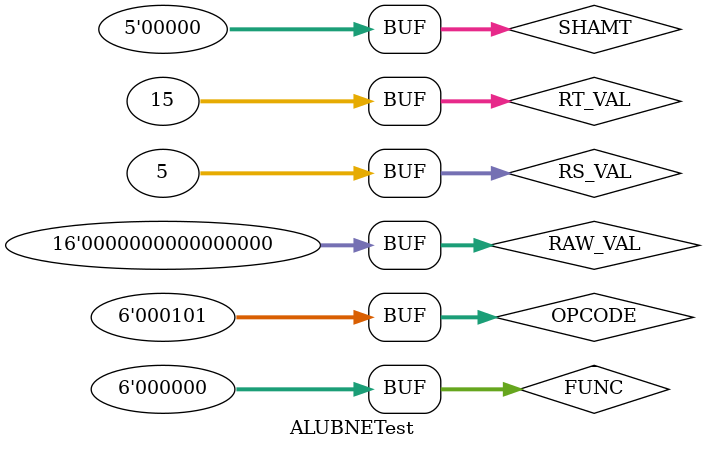
<source format=v>
`timescale 1ns / 1ps


module ALUBNETest;

	// Inputs
	reg [5:0] OPCODE;
	reg [31:0] RS_VAL;
	reg [31:0] RT_VAL;
	reg [4:0] SHAMT;
	reg [5:0] FUNC;
	reg [15:0] RAW_VAL;

	// Outputs
	wire [31:0] RESULT;
	wire SIG_B;

	// Instantiate the Unit Under Test (UUT)
	ALU uut (
		.RESULT(RESULT), 
		.SIG_B(SIG_B), 
		.OPCODE(OPCODE), 
		.RS_VAL(RS_VAL), 
		.RT_VAL(RT_VAL), 
		.SHAMT(SHAMT), 
		.FUNC(FUNC), 
		.RAW_VAL(RAW_VAL)
	);

	initial begin
		// Initialize Inputs
		OPCODE = 0;
		RS_VAL = 0;
		RT_VAL = 0;
		SHAMT = 0;
		FUNC = 0;
		RAW_VAL = 0;

		// Wait 100 ns for global reset to finish
		#100;
        
		OPCODE = 6'b000101;
		RS_VAL = 15;
		RT_VAL = 12;
		SHAMT = 0;
		FUNC = 0;
		RAW_VAL = 0;
		#100;
		
		OPCODE = 6'b000101;
		RS_VAL = 15;
		RT_VAL = 15;
		SHAMT = 0;
		FUNC = 0;
		RAW_VAL = 0;
		#100;

		OPCODE = 6'b000101;
		RS_VAL = 5;
		RT_VAL = 15;
		SHAMT = 0;
		FUNC = 0;
		RAW_VAL = 0;
		#100;

	end
      
endmodule


</source>
